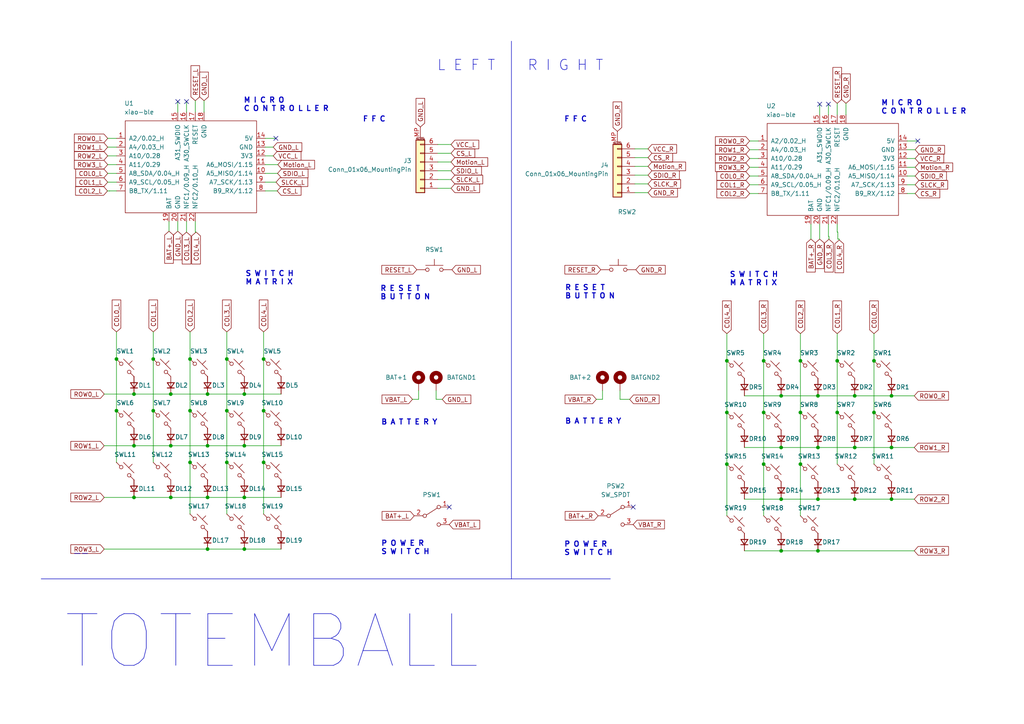
<source format=kicad_sch>
(kicad_sch (version 20250114) (generator "eeschema") (generator_version "9.0")
  (paper "A4")
  (title_block (title "TOTEMBALL split keyboard") (date "2025-12-09") (rev "0.4") (comment 1 "modified by  Jonavano") (comment 2 "made by GEIST"))
  (lib_symbols
    (symbol "Connector_Generic_MountingPin:Conn_01x06_MountingPin" (pin_names (offset 1.016) (hide yes))
      (property "Reference" "J" (at 0 7.62 0))
      (property "Value" "Conn_01x06_MountingPin" (at 1.27 -10.16 0))
      (symbol "Conn_01x06_MountingPin_1_1"
        (rectangle (start -1.27 6.35) (end 1.27 -8.89) (stroke (width 0.254)) (fill (type background)))
        (rectangle (start -1.27 5.207) (end 0 4.953) (stroke (width 0.1524)))
        (rectangle (start -1.27 2.667) (end 0 2.413) (stroke (width 0.1524)))
        (rectangle (start -1.27 0.127) (end 0 -0.127) (stroke (width 0.1524)))
        (rectangle (start -1.27 -2.413) (end 0 -2.667) (stroke (width 0.1524)))
        (rectangle (start -1.27 -4.953) (end 0 -5.207) (stroke (width 0.1524)))
        (rectangle (start -1.27 -7.493) (end 0 -7.747) (stroke (width 0.1524)))
        (polyline (pts (xy -1.016 -9.652) (xy 1.016 -9.652)) (stroke (width 0.1524)))
        (text "Mounting" (at 0 -9.271 0) (effects (font (size 0.381 0.381))))
        (pin passive line (at -5.08 5.08 0) (length 3.81) (name "Pin_1") (number "1"))
        (pin passive line (at -5.08 2.54 0) (length 3.81) (name "Pin_2") (number "2"))
        (pin passive line (at -5.08 0 0) (length 3.81) (name "Pin_3") (number "3"))
        (pin passive line (at -5.08 -2.54 0) (length 3.81) (name "Pin_4") (number "4"))
        (pin passive line (at -5.08 -5.08 0) (length 3.81) (name "Pin_5") (number "5"))
        (pin passive line (at -5.08 -7.62 0) (length 3.81) (name "Pin_6") (number "6"))
        (pin passive line (at 0 -12.7 90) (length 3.048) (name "MountPin") (number "MP"))
      )
    )
    (symbol "Device:D_Small" (pin_numbers (hide yes)) (pin_names (offset 0.254) (hide yes))
      (property "Reference" "D" (at -1.27 2.032 0))
      (property "Value" "D_Small" (at -3.81 -2.032 0))
      (symbol "D_Small_0_1"
        (polyline (pts (xy -0.762 0) (xy 0.762 0)))
        (polyline (pts (xy -0.762 -1.016) (xy -0.762 1.016)) (stroke (width 0.254)))
        (polyline (pts (xy 0.762 -1.016) (xy -0.762 0) (xy 0.762 1.016) (xy 0.762 -1.016)) (stroke (width 0.254)))
      )
      (symbol "D_Small_1_1"
        (pin passive line (at -2.54 0 0) (length 1.778) (name "K") (number "1"))
        (pin passive line (at 2.54 0 180) (length 1.778) (name "A") (number "2"))
      )
    )
    (symbol "Mechanical:MountingHole_Pad" (pin_numbers (hide yes)) (pin_names (offset 1.016) (hide yes))
      (property "Reference" "H" (at 0 6.35 0))
      (property "Value" "MountingHole_Pad" (at 0 4.445 0))
      (symbol "MountingHole_Pad_0_1"
        (circle (center 0 1.27) (radius 1.27) (stroke (width 1.27)))
      )
      (symbol "MountingHole_Pad_1_1"
        (pin input line (at 0 -2.54 90) (length 2.54) (name "1") (number "1"))
      )
    )
    (symbol "Switch:SW_Push" (pin_numbers (hide yes)) (pin_names (offset 1.016) (hide yes))
      (property "Reference" "SW" (at 1.27 2.54 0))
      (property "Value" "SW_Push" (at 0 -1.524 0))
      (symbol "SW_Push_0_1"
        (circle (center -2.032 0) (radius 0.508))
        (polyline (pts (xy 0 1.27) (xy 0 3.048)))
        (circle (center 2.032 0) (radius 0.508))
        (polyline (pts (xy 2.54 1.27) (xy -2.54 1.27)))
        (pin passive line (at -5.08 0 0) (length 2.54) (name "1") (number "1"))
        (pin passive line (at 5.08 0 180) (length 2.54) (name "2") (number "2"))
      )
    )
    (symbol "Switch:SW_Push_45deg" (pin_numbers (hide yes)) (pin_names (offset 1.016) (hide yes))
      (property "Reference" "SW" (at 3.048 1.016 0))
      (property "Value" "SW_Push_45deg" (at 0 -3.81 0))
      (symbol "SW_Push_45deg_0_1"
        (polyline (pts (xy -2.54 2.54) (xy -1.524 1.524) (xy -1.524 1.524)))
        (circle (center -1.1684 1.1684) (radius 0.508))
        (polyline (pts (xy -0.508 2.54) (xy 2.54 -0.508)))
        (polyline (pts (xy 1.016 1.016) (xy 2.032 2.032)))
        (circle (center 1.143 -1.1938) (radius 0.508))
        (polyline (pts (xy 1.524 -1.524) (xy 2.54 -2.54) (xy 2.54 -2.54) (xy 2.54 -2.54)))
        (pin passive line (at -2.54 2.54 0) (length 0) (name "1") (number "1"))
        (pin passive line (at 2.54 -2.54 180) (length 0) (name "2") (number "2"))
      )
    )
    (symbol "Switch:SW_SPDT" (pin_names (offset 0) (hide yes))
      (property "Reference" "SW" (at 0 4.318 0))
      (property "Value" "SW_SPDT" (at 0 -5.08 0))
      (symbol "SW_SPDT_0_0"
        (circle (center -2.032 0) (radius 0.508))
        (circle (center 2.032 -2.54) (radius 0.508))
      )
      (symbol "SW_SPDT_0_1"
        (polyline (pts (xy -1.524 0.254) (xy 1.651 2.286)))
        (circle (center 2.032 2.54) (radius 0.508))
      )
      (symbol "SW_SPDT_1_1"
        (pin passive line (at -5.08 0 0) (length 2.54) (name "B") (number "2"))
        (pin passive line (at 5.08 2.54 180) (length 2.54) (name "A") (number "1"))
        (pin passive line (at 5.08 -2.54 180) (length 2.54) (name "C") (number "3"))
      )
    )
    (symbol "mcu:xiao-ble" (pin_names (offset 1.016))
      (property "Reference" "U" (at -17.78 16.51 0))
      (property "Value" "xiao-ble" (at -15.24 13.97 0))
      (symbol "xiao-ble_0_1"
        (rectangle (start -19.05 12.7) (end 19.05 -13.97))
      )
      (symbol "xiao-ble_1_1"
        (pin bidirectional line (at -21.59 7.62 0) (length 2.54) (name "A2/0.02_H") (number "1"))
        (pin bidirectional line (at -21.59 5.08 0) (length 2.54) (name "A4/0.03_H") (number "2"))
        (pin bidirectional line (at -21.59 2.54 0) (length 2.54) (name "A10/0.28") (number "3"))
        (pin bidirectional line (at -21.59 0 0) (length 2.54) (name "A11/0.29") (number "4"))
        (pin bidirectional line (at -21.59 -2.54 0) (length 2.54) (name "A8_SDA/0.04_H") (number "5"))
        (pin bidirectional line (at -21.59 -5.08 0) (length 2.54) (name "A9_SCL/0.05_H") (number "6"))
        (pin bidirectional line (at -21.59 -7.62 0) (length 2.54) (name "B8_TX/1.11") (number "7"))
        (pin bidirectional line (at -6.35 -16.51 90) (length 2.54) (name "BAT") (number "19"))
        (pin input line (at -3.81 15.24 270) (length 2.54) (name "A31_SWDIO") (number "15"))
        (pin power_out line (at -3.81 -16.51 90) (length 2.54) (name "GND") (number "20"))
        (pin input line (at -1.27 15.24 270) (length 2.54) (name "A30_SWCLK") (number "16"))
        (pin bidirectional line (at -1.27 -16.51 90) (length 2.54) (name "NFC1/0.09_H") (number "21"))
        (pin input line (at 1.27 15.24 270) (length 2.54) (name "RESET") (number "17"))
        (pin bidirectional line (at 1.27 -16.51 90) (length 2.54) (name "NFC2/0.10_H") (number "22"))
        (pin power_out line (at 3.81 15.24 270) (length 2.54) (name "GND") (number "18"))
        (pin power_out line (at 21.59 7.62 180) (length 2.54) (name "5V") (number "14"))
        (pin power_out line (at 21.59 5.08 180) (length 2.54) (name "GND") (number "13"))
        (pin power_out line (at 21.59 2.54 180) (length 2.54) (name "3V3") (number "12"))
        (pin bidirectional line (at 21.59 0 180) (length 2.54) (name "A6_MOSI/1.15") (number "11"))
        (pin bidirectional line (at 21.59 -2.54 180) (length 2.54) (name "A5_MISO/1.14") (number "10"))
        (pin bidirectional line (at 21.59 -5.08 180) (length 2.54) (name "A7_SCK/1.13") (number "9"))
        (pin bidirectional line (at 21.59 -7.62 180) (length 2.54) (name "B9_RX/1.12") (number "8"))
      )
    )
  )
  (text "M I C R O \nC O N T R O L L E R" (at 255.524 33.274 0) (effects (font (size 1.5 1.5) (thickness 0.3) (bold yes)) (justify left bottom)))
  (text "F F C" (at 163.576 35.56 0) (effects (font (size 1.5 1.5) (thickness 0.3) (bold yes)) (justify left bottom)))
  (text "R E S E T \nB U T T O N" (at 110.236 87.122 0) (effects (font (size 1.5 1.5) (thickness 0.3) (bold yes)) (justify left bottom)))
  (text "S W I T C H\nM A T R I X" (at 71.12 82.804 0) (effects (font (size 1.5 1.5) (thickness 0.3) (bold yes)) (justify left bottom)))
  (text "P O W E R\nS W I T C H" (at 110.49 161.036 0) (effects (font (size 1.5 1.5) (thickness 0.3) (bold yes)) (justify left bottom)))
  (text "R E S E T \nB U T T O N" (at 163.83 86.868 0) (effects (font (size 1.5 1.5) (thickness 0.3) (bold yes)) (justify left bottom)))
  (text "TOTEMBALL" (at 18.034 195.072 0) (effects (font (size 15 15)) (justify left bottom)))
  (text "S W I T C H\nM A T R I X" (at 211.582 83.058 0) (effects (font (size 1.5 1.5) (thickness 0.3) (bold yes)) (justify left bottom)))
  (text "F F C" (at 105.156 35.56 0) (effects (font (size 1.5 1.5) (thickness 0.3) (bold yes)) (justify left bottom)))
  (text "B A T T E R Y" (at 110.49 123.444 0) (effects (font (size 1.5 1.5) (thickness 0.3) (bold yes)) (justify left bottom)))
  (text "P O W E R\nS W I T C H" (at 163.576 161.29 0) (effects (font (size 1.5 1.5) (thickness 0.3) (bold yes)) (justify left bottom)))
  (text "R I G H T" (at 152.908 20.828 0) (effects (font (size 3 3)) (justify left bottom)))
  (text "B A T T E R Y" (at 163.83 123.19 0) (effects (font (size 1.5 1.5) (thickness 0.3) (bold yes)) (justify left bottom)))
  (text "L E F T" (at 143.764 20.828 0) (effects (font (size 3 3)) (justify right bottom)))
  (text "M I C R O \nC O N T R O L L E R" (at 70.612 32.512 0) (effects (font (size 1.5 1.5) (thickness 0.3) (bold yes)) (justify left bottom)))
  (junction (at 33.782 104.14))
  (junction (at 226.568 129.794))
  (junction (at 49.53 114.3))
  (junction (at 44.45 119.126))
  (junction (at 55.118 119.126))
  (junction (at 70.866 129.286))
  (junction (at 226.568 144.78))
  (junction (at 226.568 159.766))
  (junction (at 237.236 114.808))
  (junction (at 49.53 144.272))
  (junction (at 232.156 119.634))
  (junction (at 258.572 144.78))
  (junction (at 76.454 104.14))
  (junction (at 70.866 144.272))
  (junction (at 221.488 119.634))
  (junction (at 237.236 159.766))
  (junction (at 247.904 144.78))
  (junction (at 76.454 119.126))
  (junction (at 44.45 104.14))
  (junction (at 70.866 114.3))
  (junction (at 210.82 134.62))
  (junction (at 232.156 134.62))
  (junction (at 55.118 104.14))
  (junction (at 247.904 129.794))
  (junction (at 242.824 104.648))
  (junction (at 60.198 144.272))
  (junction (at 38.862 144.272))
  (junction (at 232.156 104.648))
  (junction (at 247.904 114.808))
  (junction (at 210.82 104.648))
  (junction (at 65.786 104.14))
  (junction (at 60.198 114.3))
  (junction (at 60.198 159.258))
  (junction (at 258.572 129.794))
  (junction (at 49.53 129.286))
  (junction (at 33.782 119.126))
  (junction (at 258.572 114.808))
  (junction (at 70.866 159.258))
  (junction (at 237.236 129.794))
  (junction (at 221.488 134.62))
  (junction (at 55.118 134.112))
  (junction (at 253.492 119.634))
  (junction (at 242.824 119.634))
  (junction (at 38.862 129.286))
  (junction (at 65.786 119.126))
  (junction (at 76.454 134.112))
  (junction (at 65.786 134.112))
  (junction (at 226.568 114.808))
  (junction (at 60.198 129.286))
  (junction (at 237.236 144.78))
  (junction (at 38.862 114.3))
  (junction (at 253.492 104.648))
  (junction (at 221.488 104.648))
  (junction (at 210.82 119.634))
  (no_connect (at 237.744 30.226))
  (no_connect (at 240.284 30.226))
  (no_connect (at 183.642 147.066))
  (no_connect (at 54.102 29.464))
  (no_connect (at 51.562 29.464))
  (no_connect (at 266.192 40.894))
  (no_connect (at 80.01 40.132))
  (no_connect (at 130.302 147.066))
  (wire (pts (xy 215.9 144.78) (xy 226.568 144.78)))
  (wire (pts (xy 49.022 64.262) (xy 49.022 67.056)))
  (wire (pts (xy 217.424 40.894) (xy 219.964 40.894)))
  (wire (pts (xy 215.9 129.794) (xy 226.568 129.794)))
  (wire (pts (xy 56.642 64.262) (xy 56.642 67.31)))
  (wire (pts (xy 130.81 49.53) (xy 127 49.53)))
  (wire (pts (xy 247.904 114.808) (xy 258.572 114.808)))
  (wire (pts (xy 179.832 113.284) (xy 179.832 115.824)))
  (wire (pts (xy 76.962 40.132) (xy 80.01 40.132)))
  (wire (pts (xy 253.492 96.774) (xy 253.492 104.648)))
  (wire (pts (xy 126.492 115.824) (xy 128.27 115.824)))
  (wire (pts (xy 126.492 113.284) (xy 126.492 115.824)))
  (wire (pts (xy 240.4436 68.58) (xy 240.4436 69.0966)))
  (wire (pts (xy 130.81 44.45) (xy 127 44.45)))
  (wire (pts (xy 56.642 29.21) (xy 56.642 32.512)))
  (wire (pts (xy 65.786 104.14) (xy 65.786 119.126)))
  (wire (pts (xy 263.144 51.054) (xy 265.43 51.054)))
  (wire (pts (xy 49.53 144.272) (xy 60.198 144.272)))
  (wire (pts (xy 184.15 53.34) (xy 187.96 53.34)))
  (wire (pts (xy 210.82 96.774) (xy 210.82 104.648)))
  (wire (pts (xy 31.242 40.132) (xy 33.782 40.132)))
  (wire (pts (xy 31.75 55.372) (xy 33.782 55.372)))
  (wire (pts (xy 217.424 56.134) (xy 219.964 56.134)))
  (wire (pts (xy 70.866 129.286) (xy 81.534 129.286)))
  (wire (pts (xy 226.568 144.78) (xy 237.236 144.78)))
  (wire (pts (xy 210.82 134.62) (xy 210.82 149.606)))
  (wire (pts (xy 240.4436 68.58) (xy 240.284 68.58)))
  (wire (pts (xy 127 54.61) (xy 130.81 54.61)))
  (wire (pts (xy 210.82 119.634) (xy 210.82 134.62)))
  (wire (pts (xy 237.236 114.808) (xy 247.904 114.808)))
  (wire (pts (xy 217.424 51.054) (xy 219.964 51.054)))
  (wire (pts (xy 65.786 119.126) (xy 65.786 134.112)))
  (wire (pts (xy 263.144 43.434) (xy 265.43 43.434)))
  (wire (pts (xy 127 41.91) (xy 130.81 41.91)))
  (wire (pts (xy 55.118 134.112) (xy 55.118 149.098)))
  (wire (pts (xy 31.75 55.3764) (xy 31.75 55.372)))
  (wire (pts (xy 240.284 68.58) (xy 240.284 65.024)))
  (wire (pts (xy 38.862 129.286) (xy 49.53 129.286)))
  (wire (pts (xy 76.454 104.14) (xy 76.454 119.126)))
  (wire (pts (xy 242.824 104.648) (xy 242.824 119.634)))
  (wire (pts (xy 232.156 96.774) (xy 232.156 104.648)))
  (wire (pts (xy 215.9 114.808) (xy 226.568 114.808)))
  (wire (pts (xy 76.962 45.212) (xy 79.248 45.212)))
  (wire (pts (xy 31.242 47.752) (xy 33.782 47.752)))
  (wire (pts (xy 54.102 29.464) (xy 54.102 32.512)))
  (wire (pts (xy 217.424 48.514) (xy 219.964 48.514)))
  (wire (pts (xy 30.226 129.286) (xy 38.862 129.286)))
  (wire (pts (xy 237.744 65.024) (xy 237.744 69.342)))
  (wire (pts (xy 76.962 52.832) (xy 80.0679 52.832)))
  (wire (pts (xy 253.492 104.648) (xy 253.492 119.634)))
  (wire (pts (xy 38.862 144.272) (xy 49.53 144.272)))
  (wire (pts (xy 243.4208 69.3362) (xy 243.0017 69.3362)))
  (wire (pts (xy 51.562 29.464) (xy 51.562 32.512)))
  (wire (pts (xy 76.962 55.372) (xy 80.4128 55.372)))
  (polyline (pts (xy 21.59 160.528) (xy 25.4 160.528)) (stroke (width 0) (type dash)))
  (wire (pts (xy 263.144 56.134) (xy 265.43 56.134)))
  (wire (pts (xy 130.81 52.07) (xy 127 52.07)))
  (wire (pts (xy 263.144 40.894) (xy 266.192 40.894)))
  (wire (pts (xy 215.9 159.766) (xy 226.568 159.766)))
  (wire (pts (xy 70.866 114.3) (xy 81.534 114.3)))
  (wire (pts (xy 258.572 129.794) (xy 265.176 129.794)))
  (wire (pts (xy 263.144 48.514) (xy 265.43 48.514)))
  (wire (pts (xy 243.0017 67.31) (xy 242.824 67.31)))
  (wire (pts (xy 242.824 119.634) (xy 242.824 134.62)))
  (wire (pts (xy 33.782 96.266) (xy 33.782 104.14)))
  (wire (pts (xy 76.454 96.266) (xy 76.454 104.14)))
  (wire (pts (xy 232.156 119.634) (xy 232.156 134.62)))
  (wire (pts (xy 30.226 159.258) (xy 60.198 159.258)))
  (wire (pts (xy 242.824 67.31) (xy 242.824 65.024)))
  (wire (pts (xy 258.572 144.78) (xy 265.176 144.78)))
  (wire (pts (xy 31.242 45.212) (xy 33.782 45.212)))
  (wire (pts (xy 237.236 159.766) (xy 265.176 159.766)))
  (wire (pts (xy 65.786 96.266) (xy 65.786 104.14)))
  (wire (pts (xy 184.15 45.72) (xy 187.96 45.72)))
  (wire (pts (xy 76.454 134.112) (xy 76.454 149.098)))
  (wire (pts (xy 119.634 115.824) (xy 121.412 115.824)))
  (wire (pts (xy 221.488 104.648) (xy 221.488 119.634)))
  (wire (pts (xy 242.824 96.774) (xy 242.824 104.648)))
  (wire (pts (xy 243.0017 67.31) (xy 243.0017 69.3362)))
  (wire (pts (xy 226.568 159.766) (xy 237.236 159.766)))
  (wire (pts (xy 221.488 134.62) (xy 221.488 149.606)))
  (wire (pts (xy 31.1784 55.3764) (xy 31.75 55.3764)))
  (wire (pts (xy 243.4208 69.5979) (xy 243.4208 69.3362)))
  (wire (pts (xy 237.236 144.78) (xy 247.904 144.78)))
  (wire (pts (xy 245.364 29.972) (xy 245.364 33.274)))
  (polyline (pts (xy 148.336 11.938) (xy 148.336 167.894)) (stroke (width 0) (type solid)))
  (wire (pts (xy 121.412 115.824) (xy 121.412 113.284)))
  (wire (pts (xy 30.226 114.3) (xy 38.862 114.3)))
  (wire (pts (xy 76.454 119.126) (xy 76.454 134.112)))
  (wire (pts (xy 59.182 29.21) (xy 59.182 32.512)))
  (wire (pts (xy 49.53 129.286) (xy 60.198 129.286)))
  (wire (pts (xy 31.242 50.292) (xy 33.782 50.292)))
  (wire (pts (xy 258.572 114.808) (xy 265.176 114.808)))
  (wire (pts (xy 263.144 45.974) (xy 265.43 45.974)))
  (polyline (pts (xy 11.938 167.894) (xy 177.038 167.894)) (stroke (width 0) (type solid)))
  (wire (pts (xy 60.198 144.272) (xy 70.866 144.272)))
  (wire (pts (xy 242.824 29.972) (xy 242.824 33.274)))
  (wire (pts (xy 172.974 115.824) (xy 174.752 115.824)))
  (wire (pts (xy 247.904 129.794) (xy 258.572 129.794)))
  (wire (pts (xy 237.744 30.226) (xy 237.744 33.274)))
  (wire (pts (xy 240.4269 69.396) (xy 240.4269 69.0966)))
  (wire (pts (xy 226.568 114.808) (xy 237.236 114.808)))
  (wire (pts (xy 49.53 114.3) (xy 60.198 114.3)))
  (wire (pts (xy 60.198 129.286) (xy 70.866 129.286)))
  (wire (pts (xy 232.156 134.62) (xy 232.156 149.606)))
  (wire (pts (xy 184.15 43.18) (xy 187.96 43.18)))
  (wire (pts (xy 54.102 64.262) (xy 54.102 67.31)))
  (wire (pts (xy 263.144 53.594) (xy 265.43 53.594)))
  (wire (pts (xy 44.45 104.14) (xy 44.45 119.126)))
  (wire (pts (xy 217.424 53.594) (xy 219.964 53.594)))
  (wire (pts (xy 44.45 119.126) (xy 44.45 134.112)))
  (wire (pts (xy 56.8734 67.31) (xy 56.642 67.31)))
  (wire (pts (xy 237.236 129.794) (xy 247.904 129.794)))
  (wire (pts (xy 44.45 96.266) (xy 44.45 104.14)))
  (wire (pts (xy 184.15 55.88) (xy 187.96 55.88)))
  (wire (pts (xy 38.862 114.3) (xy 49.53 114.3)))
  (wire (pts (xy 55.118 119.126) (xy 55.118 134.112)))
  (wire (pts (xy 217.424 43.434) (xy 219.964 43.434)))
  (wire (pts (xy 221.488 119.634) (xy 221.488 134.62)))
  (wire (pts (xy 65.786 134.112) (xy 65.786 149.098)))
  (wire (pts (xy 76.962 47.752) (xy 80.5852 47.752)))
  (wire (pts (xy 174.752 115.824) (xy 174.752 113.284)))
  (wire (pts (xy 240.284 30.226) (xy 240.284 33.274)))
  (wire (pts (xy 60.198 159.258) (xy 70.866 159.258)))
  (wire (pts (xy 210.82 104.648) (xy 210.82 119.634)))
  (wire (pts (xy 31.242 52.832) (xy 33.782 52.832)))
  (wire (pts (xy 247.904 144.78) (xy 258.572 144.78)))
  (wire (pts (xy 221.488 96.774) (xy 221.488 104.648)))
  (wire (pts (xy 30.226 144.272) (xy 38.862 144.272)))
  (wire (pts (xy 76.962 42.672) (xy 79.248 42.672)))
  (wire (pts (xy 31.242 42.672) (xy 33.782 42.672)))
  (wire (pts (xy 232.156 104.648) (xy 232.156 119.634)))
  (wire (pts (xy 70.866 159.258) (xy 81.534 159.258)))
  (wire (pts (xy 235.204 65.024) (xy 235.204 69.342)))
  (wire (pts (xy 130.81 46.99) (xy 127 46.99)))
  (wire (pts (xy 55.118 104.14) (xy 55.118 119.126)))
  (wire (pts (xy 184.15 50.8) (xy 187.96 50.8)))
  (wire (pts (xy 33.782 104.14) (xy 33.782 119.126)))
  (wire (pts (xy 55.118 96.266) (xy 55.118 104.14)))
  (wire (pts (xy 179.832 115.824) (xy 182.626 115.824)))
  (wire (pts (xy 60.198 114.3) (xy 70.866 114.3)))
  (wire (pts (xy 240.4269 69.0966) (xy 240.4436 69.0966)))
  (wire (pts (xy 76.962 50.292) (xy 80.499 50.292)))
  (wire (pts (xy 51.562 64.262) (xy 51.562 67.056)))
  (wire (pts (xy 33.782 119.126) (xy 33.782 134.112)))
  (wire (pts (xy 217.424 45.974) (xy 219.964 45.974)))
  (wire (pts (xy 184.15 48.26) (xy 187.96 48.26)))
  (wire (pts (xy 253.492 119.634) (xy 253.492 134.62)))
  (wire (pts (xy 70.866 144.272) (xy 81.534 144.272)))
  (wire (pts (xy 226.568 129.794) (xy 237.236 129.794)))
  (global_label "GND_L" (shape input) (at 131.064 78.232 0) (property "Intersheetrefs" "${INTERSHEET_REFS}" (effects (hide yes))))
  (global_label "VCC_R" (shape input) (at 265.43 45.974 0) (property "Intersheetrefs" "${INTERSHEET_REFS}" (effects (hide yes))))
  (global_label "CS_L" (shape input) (at 130.81 44.45 0) (property "Intersheetrefs" "${INTERSHEET_REFS}" (effects (hide yes))))
  (global_label "ROW3_R" (shape input) (at 265.176 159.766 0) (property "Intersheetrefs" "${INTERSHEET_REFS}" (effects (hide yes))))
  (global_label "GND_R" (shape input) (at 265.43 43.434 0) (property "Intersheetrefs" "${INTERSHEET_REFS}" (effects (hide yes))))
  (global_label "COL3_L" (shape input) (at 65.786 96.266 90) (property "Intersheetrefs" "${INTERSHEET_REFS}" (effects (hide yes))))
  (global_label "COL4_L" (shape input) (at 76.454 96.266 90) (property "Intersheetrefs" "${INTERSHEET_REFS}" (effects (hide yes))))
  (global_label "GND_R" (shape input) (at 179.07 38.1 90) (property "Intersheetrefs" "${INTERSHEET_REFS}" (effects (hide yes))))
  (global_label "ROW0_R" (shape input) (at 265.176 114.808 0) (property "Intersheetrefs" "${INTERSHEET_REFS}" (effects (hide yes))))
  (global_label "COL1_L" (shape input) (at 44.45 96.266 90) (property "Intersheetrefs" "${INTERSHEET_REFS}" (effects (hide yes))))
  (global_label "GND_L" (shape input) (at 59.182 29.21 90) (property "Intersheetrefs" "${INTERSHEET_REFS}" (effects (hide yes))))
  (global_label "COL2_R" (shape input) (at 232.156 96.774 90) (property "Intersheetrefs" "${INTERSHEET_REFS}" (effects (hide yes))))
  (global_label "GND_L" (shape input) (at 79.248 42.672 0) (property "Intersheetrefs" "${INTERSHEET_REFS}" (effects (hide yes))))
  (global_label "BAT+_L" (shape input) (at 120.142 149.606 180) (property "Intersheetrefs" "${INTERSHEET_REFS}" (effects (hide yes))))
  (global_label "ROW0_R" (shape input) (at 217.424 40.894 180) (property "Intersheetrefs" "${INTERSHEET_REFS}" (effects (hide yes))))
  (global_label "COL0_R" (shape input) (at 217.424 51.054 180) (property "Intersheetrefs" "${INTERSHEET_REFS}" (effects (hide yes))))
  (global_label "SLCK_R" (shape input) (at 265.43 53.594 0) (property "Intersheetrefs" "${INTERSHEET_REFS}" (effects (hide yes))))
  (global_label "VCC_L" (shape input) (at 130.81 41.91 0) (property "Intersheetrefs" "${INTERSHEET_REFS}" (effects (hide yes))))
  (global_label "COL4_R" (shape input) (at 243.4208 69.5979 270) (property "Intersheetrefs" "${INTERSHEET_REFS}" (effects (hide yes))))
  (global_label "VCC_R" (shape input) (at 187.96 43.18 0) (property "Intersheetrefs" "${INTERSHEET_REFS}" (effects (hide yes))))
  (global_label "RESET_R" (shape input) (at 242.824 29.972 90) (property "Intersheetrefs" "${INTERSHEET_REFS}" (effects (hide yes))))
  (global_label "RESET_R" (shape input) (at 174.244 78.232 180) (property "Intersheetrefs" "${INTERSHEET_REFS}" (effects (hide yes))))
  (global_label "ROW3_L" (shape input) (at 30.226 159.258 180) (property "Intersheetrefs" "${INTERSHEET_REFS}" (effects (hide yes))))
  (global_label "VBAT_R" (shape input) (at 183.642 152.146 0) (property "Intersheetrefs" "${INTERSHEET_REFS}" (effects (hide yes))))
  (global_label "GND_L" (shape input) (at 51.562 67.056 270) (property "Intersheetrefs" "${INTERSHEET_REFS}" (effects (hide yes))))
  (global_label "RESET_L" (shape input) (at 120.904 78.232 180) (property "Intersheetrefs" "${INTERSHEET_REFS}" (effects (hide yes))))
  (global_label "VBAT_R" (shape input) (at 172.974 115.824 180) (property "Intersheetrefs" "${INTERSHEET_REFS}" (effects (hide yes))))
  (global_label "CS_L" (shape input) (at 80.4128 55.372 0) (property "Intersheetrefs" "${INTERSHEET_REFS}" (effects (hide yes))))
  (global_label "CS_R" (shape input) (at 187.96 45.72 0) (property "Intersheetrefs" "${INTERSHEET_REFS}" (effects (hide yes))))
  (global_label "GND_L" (shape input) (at 121.92 36.83 90) (property "Intersheetrefs" "${INTERSHEET_REFS}" (effects (hide yes))))
  (global_label "SDIO_R" (shape input) (at 187.96 50.8 0) (property "Intersheetrefs" "${INTERSHEET_REFS}" (effects (hide yes))))
  (global_label "VCC_L" (shape input) (at 79.248 45.212 0) (property "Intersheetrefs" "${INTERSHEET_REFS}" (effects (hide yes))))
  (global_label "Motion_L" (shape input) (at 130.81 46.99 0) (property "Intersheetrefs" "${INTERSHEET_REFS}" (effects (hide yes))))
  (global_label "BAT+_L" (shape input) (at 49.022 67.056 270) (property "Intersheetrefs" "${INTERSHEET_REFS}" (effects (hide yes))))
  (global_label "COL1_R" (shape input) (at 217.424 53.594 180) (property "Intersheetrefs" "${INTERSHEET_REFS}" (effects (hide yes))))
  (global_label "ROW3_R" (shape input) (at 217.424 48.514 180) (property "Intersheetrefs" "${INTERSHEET_REFS}" (effects (hide yes))))
  (global_label "BAT+_R" (shape input) (at 173.482 149.606 180) (property "Intersheetrefs" "${INTERSHEET_REFS}" (effects (hide yes))))
  (global_label "ROW0_L" (shape input) (at 30.226 114.3 180) (property "Intersheetrefs" "${INTERSHEET_REFS}" (effects (hide yes))))
  (global_label "GND_L" (shape input) (at 128.27 115.824 0) (property "Intersheetrefs" "${INTERSHEET_REFS}" (effects (hide yes))))
  (global_label "VBAT_L" (shape input) (at 119.634 115.824 180) (property "Intersheetrefs" "${INTERSHEET_REFS}" (effects (hide yes))))
  (global_label "ROW1_R" (shape input) (at 265.176 129.794 0) (property "Intersheetrefs" "${INTERSHEET_REFS}" (effects (hide yes))))
  (global_label "GND_L" (shape input) (at 130.81 54.61 0) (property "Intersheetrefs" "${INTERSHEET_REFS}" (effects (hide yes))))
  (global_label "Motion_R" (shape input) (at 187.96 48.26 0) (property "Intersheetrefs" "${INTERSHEET_REFS}" (effects (hide yes))))
  (global_label "BAT+_R" (shape input) (at 235.204 69.342 270) (property "Intersheetrefs" "${INTERSHEET_REFS}" (effects (hide yes))))
  (global_label "GND_R" (shape input) (at 182.626 115.824 0) (property "Intersheetrefs" "${INTERSHEET_REFS}" (effects (hide yes))))
  (global_label "SDIO_L" (shape input) (at 130.81 49.53 0) (property "Intersheetrefs" "${INTERSHEET_REFS}" (effects (hide yes))))
  (global_label "GND_R" (shape input) (at 184.404 78.232 0) (property "Intersheetrefs" "${INTERSHEET_REFS}" (effects (hide yes))))
  (global_label "COL0_L" (shape input) (at 33.782 96.266 90) (property "Intersheetrefs" "${INTERSHEET_REFS}" (effects (hide yes))))
  (global_label "ROW3_L" (shape input) (at 31.242 47.752 180) (property "Intersheetrefs" "${INTERSHEET_REFS}" (effects (hide yes))))
  (global_label "SDIO_R" (shape input) (at 265.43 51.054 0) (property "Intersheetrefs" "${INTERSHEET_REFS}" (effects (hide yes))))
  (global_label "COL4_R" (shape input) (at 210.82 96.774 90) (property "Intersheetrefs" "${INTERSHEET_REFS}" (effects (hide yes))))
  (global_label "Motion_L" (shape input) (at 80.5852 47.752 0) (property "Intersheetrefs" "${INTERSHEET_REFS}" (effects (hide yes))))
  (global_label "RESET_L" (shape input) (at 56.642 29.21 90) (property "Intersheetrefs" "${INTERSHEET_REFS}" (effects (hide yes))))
  (global_label "COL3_R" (shape input) (at 221.488 96.774 90) (property "Intersheetrefs" "${INTERSHEET_REFS}" (effects (hide yes))))
  (global_label "COL2_R" (shape input) (at 217.424 56.134 180) (property "Intersheetrefs" "${INTERSHEET_REFS}" (effects (hide yes))))
  (global_label "ROW1_L" (shape input) (at 30.226 129.286 180) (property "Intersheetrefs" "${INTERSHEET_REFS}" (effects (hide yes))))
  (global_label "ROW2_L" (shape input) (at 31.242 45.212 180) (property "Intersheetrefs" "${INTERSHEET_REFS}" (effects (hide yes))))
  (global_label "GND_R" (shape input) (at 237.744 69.342 270) (property "Intersheetrefs" "${INTERSHEET_REFS}" (effects (hide yes))))
  (global_label "COL3_R" (shape input) (at 240.4269 69.396 270) (property "Intersheetrefs" "${INTERSHEET_REFS}" (effects (hide yes))))
  (global_label "Motion_R" (shape input) (at 265.43 48.514 0) (property "Intersheetrefs" "${INTERSHEET_REFS}" (effects (hide yes))))
  (global_label "GND_R" (shape input) (at 245.364 29.972 90) (property "Intersheetrefs" "${INTERSHEET_REFS}" (effects (hide yes))))
  (global_label "SLCK_L" (shape input) (at 130.81 52.07 0) (property "Intersheetrefs" "${INTERSHEET_REFS}" (effects (hide yes))))
  (global_label "VBAT_L" (shape input) (at 130.302 152.146 0) (property "Intersheetrefs" "${INTERSHEET_REFS}" (effects (hide yes))))
  (global_label "ROW1_L" (shape input) (at 31.242 42.672 180) (property "Intersheetrefs" "${INTERSHEET_REFS}" (effects (hide yes))))
  (global_label "COL1_R" (shape input) (at 242.824 96.774 90) (property "Intersheetrefs" "${INTERSHEET_REFS}" (effects (hide yes))))
  (global_label "GND_R" (shape input) (at 187.96 55.88 0) (property "Intersheetrefs" "${INTERSHEET_REFS}" (effects (hide yes))))
  (global_label "COL0_L" (shape input) (at 31.242 50.292 180) (property "Intersheetrefs" "${INTERSHEET_REFS}" (effects (hide yes))))
  (global_label "COL2_L" (shape input) (at 31.1784 55.3764 180) (property "Intersheetrefs" "${INTERSHEET_REFS}" (effects (hide yes))))
  (global_label "ROW1_R" (shape input) (at 217.424 43.434 180) (property "Intersheetrefs" "${INTERSHEET_REFS}" (effects (hide yes))))
  (global_label "ROW2_R" (shape input) (at 265.176 144.78 0) (property "Intersheetrefs" "${INTERSHEET_REFS}" (effects (hide yes))))
  (global_label "COL0_R" (shape input) (at 253.492 96.774 90) (property "Intersheetrefs" "${INTERSHEET_REFS}" (effects (hide yes))))
  (global_label "SLCK_R" (shape input) (at 187.96 53.34 0) (property "Intersheetrefs" "${INTERSHEET_REFS}" (effects (hide yes))))
  (global_label "COL3_L" (shape input) (at 54.102 67.31 270) (property "Intersheetrefs" "${INTERSHEET_REFS}" (effects (hide yes))))
  (global_label "COL2_L" (shape input) (at 55.118 96.266 90) (property "Intersheetrefs" "${INTERSHEET_REFS}" (effects (hide yes))))
  (global_label "SLCK_L" (shape input) (at 80.0679 52.832 0) (property "Intersheetrefs" "${INTERSHEET_REFS}" (effects (hide yes))))
  (global_label "ROW2_L" (shape input) (at 30.226 144.272 180) (property "Intersheetrefs" "${INTERSHEET_REFS}" (effects (hide yes))))
  (global_label "COL4_L" (shape input) (at 56.8734 67.31 270) (property "Intersheetrefs" "${INTERSHEET_REFS}" (effects (hide yes))))
  (global_label "SDIO_L" (shape input) (at 80.499 50.292 0) (property "Intersheetrefs" "${INTERSHEET_REFS}" (effects (hide yes))))
  (global_label "CS_R" (shape input) (at 265.43 56.134 0) (property "Intersheetrefs" "${INTERSHEET_REFS}" (effects (hide yes))))
  (global_label "ROW0_L" (shape input) (at 31.242 40.132 180) (property "Intersheetrefs" "${INTERSHEET_REFS}" (effects (hide yes))))
  (global_label "COL1_L" (shape input) (at 31.242 52.832 180) (property "Intersheetrefs" "${INTERSHEET_REFS}" (effects (hide yes))))
  (global_label "ROW2_R" (shape input) (at 217.424 45.974 180) (property "Intersheetrefs" "${INTERSHEET_REFS}" (effects (hide yes))))
  (symbol (lib_id "Device:D_Small") (at 81.534 156.718 90) (unit 1)
    (property "Reference" "DL19" (at 82.804 156.718 90) (effects (justify right)))
    (property "Value" "D_Small" (effects (hide yes)))
    (property "Footprint" "TOTEMlib:Diode_SOD123" (effects (hide yes)))
  )
  (symbol (lib_id "Switch:SW_Push_45deg") (at 245.364 107.188 0) (unit 1)
    (property "Reference" "SWR2" (at 245.364 102.362 0))
    (property "Value" "SW_Push_45deg" (effects (hide yes)))
    (property "Footprint" "TOTEMlib:SW_Kailh_Choc_V1V2_HotSwap_Hybrid" (effects (hide yes)))
  )
  (symbol (lib_id "Connector_Generic_MountingPin:Conn_01x06_MountingPin") (at 179.07 50.8 180) (unit 1)
    (property "Reference" "J4" (at 176.53 47.9043 0) (effects (justify left)))
    (property "Value" "Conn_01x06_MountingPin" (at 176.53 50.4443 0) (effects (justify left)))
    (property "Footprint" "TOTEMlib:GT-F0501SR10-06S1101" (effects (hide yes)))
    (property "Description" "Generic connectable mounting pin connector, single row, 01x06, script generated (kicad-library-utils/schlib/autogen/connector/)" (effects (hide yes)))
  )
  (symbol (lib_id "Switch:SW_Push_45deg") (at 57.658 151.638 0) (unit 1)
    (property "Reference" "SWL17" (at 57.658 146.812 0))
    (property "Value" "SW_Push_45deg" (effects (hide yes)))
    (property "Footprint" "TOTEMlib:SW_Kailh_Choc_V1V2_HotSwap_Hybrid" (effects (hide yes)))
  )
  (symbol (lib_id "Switch:SW_SPDT") (at 125.222 149.606 0) (unit 1)
    (property "Reference" "PSW1" (at 125.222 143.51 0))
    (property "Value" "SW_SPDT" (effects (hide yes)))
    (property "Footprint" "TOTEMlib:MSK12C02" (effects (hide yes)))
  )
  (symbol (lib_id "Switch:SW_Push_45deg") (at 68.326 106.68 0) (unit 1)
    (property "Reference" "SWL4" (at 68.326 101.854 0))
    (property "Value" "SW_Push_45deg" (effects (hide yes)))
    (property "Footprint" "TOTEMlib:SW_Kailh_Choc_V1V2_HotSwap_Hybrid" (effects (hide yes)))
  )
  (symbol (lib_id "Device:D_Small") (at 258.572 127.254 90) (unit 1)
    (property "Reference" "DR6" (at 259.842 127.254 90) (effects (justify right)))
    (property "Value" "D_Small" (effects (hide yes)))
    (property "Footprint" "TOTEMlib:Diode_SOD123" (effects (hide yes)))
  )
  (symbol (lib_id "Mechanical:MountingHole_Pad") (at 121.412 110.744 0) (unit 1)
    (property "Reference" "BAT+1" (at 118.11 109.474 0) (effects (justify right)))
    (property "Value" "+" (effects (hide yes)))
    (property "Footprint" "TOTEMlib:BatteryPad" (effects (hide yes)))
  )
  (symbol (lib_id "Switch:SW_Push_45deg") (at 234.696 107.188 0) (unit 1)
    (property "Reference" "SWR3" (at 234.696 102.362 0))
    (property "Value" "SW_Push_45deg" (effects (hide yes)))
    (property "Footprint" "TOTEMlib:SW_Kailh_Choc_V1V2_HotSwap_Hybrid" (effects (hide yes)))
  )
  (symbol (lib_id "Switch:SW_Push_45deg") (at 57.658 106.68 0) (unit 1)
    (property "Reference" "SWL3" (at 57.658 101.854 0))
    (property "Value" "SW_Push_45deg" (effects (hide yes)))
    (property "Footprint" "TOTEMlib:SW_Kailh_Choc_V1V2_HotSwap_Hybrid" (effects (hide yes)))
  )
  (symbol (lib_id "Switch:SW_SPDT") (at 178.562 149.606 0) (unit 1)
    (property "Reference" "PSW2" (at 178.562 140.97 0))
    (property "Value" "SW_SPDT" (at 178.562 143.51 0))
    (property "Footprint" "TOTEMlib:MSK12C02" (effects (hide yes)))
  )
  (symbol (lib_id "Mechanical:MountingHole_Pad") (at 126.492 110.744 0) (unit 1)
    (property "Reference" "BATGND1" (at 129.54 109.474 0) (effects (justify left)))
    (property "Value" "-" (effects (hide yes)))
    (property "Footprint" "TOTEMlib:BatteryPad" (effects (hide yes)))
  )
  (symbol (lib_id "Device:D_Small") (at 215.9 112.268 90) (unit 1)
    (property "Reference" "DR5" (at 217.17 112.268 90) (effects (justify right)))
    (property "Value" "D_Small" (effects (hide yes)))
    (property "Footprint" "TOTEMlib:Diode_SOD123" (effects (hide yes)))
  )
  (symbol (lib_id "Switch:SW_Push_45deg") (at 213.36 122.174 0) (unit 1)
    (property "Reference" "SWR10" (at 213.36 117.348 0))
    (property "Value" "SW_Push_45deg" (effects (hide yes)))
    (property "Footprint" "TOTEMlib:SW_Kailh_Choc_V1V2_HotSwap_Hybrid" (effects (hide yes)))
  )
  (symbol (lib_id "Switch:SW_Push") (at 125.984 78.232 0) (unit 1)
    (property "Reference" "RSW1" (at 125.984 72.39 0))
    (property "Value" "SW_Push" (effects (hide yes)))
    (property "Footprint" "TOTEMlib:SKHLLCA010" (effects (hide yes)))
  )
  (symbol (lib_id "Switch:SW_Push_45deg") (at 245.364 137.16 0) (unit 1)
    (property "Reference" "SWR12" (at 245.364 132.334 0))
    (property "Value" "SW_Push_45deg" (effects (hide yes)))
    (property "Footprint" "TOTEMlib:SW_Kailh_Choc_V1V2_HotSwap_Hybrid" (effects (hide yes)))
  )
  (symbol (lib_id "Switch:SW_Push_45deg") (at 234.696 122.174 0) (unit 1)
    (property "Reference" "SWR8" (at 234.696 117.348 0))
    (property "Value" "SW_Push_45deg" (effects (hide yes)))
    (property "Footprint" "TOTEMlib:SW_Kailh_Choc_V1V2_HotSwap_Hybrid" (effects (hide yes)))
  )
  (symbol (lib_id "Switch:SW_Push_45deg") (at 46.99 121.666 0) (unit 1)
    (property "Reference" "SWL7" (at 46.99 116.84 0))
    (property "Value" "SW_Push_45deg" (effects (hide yes)))
    (property "Footprint" "TOTEMlib:SW_Kailh_Choc_V1V2_HotSwap_Hybrid" (effects (hide yes)))
  )
  (symbol (lib_id "mcu:xiao-ble") (at 55.372 47.752 0) (unit 1)
    (property "Reference" "U1" (at 36.068 29.972 0) (effects (justify left)))
    (property "Value" "xiao-ble" (at 36.068 32.512 0) (effects (justify left)))
    (property "Footprint" "TOTEMlib:xiao-ble-smd-cutout" (effects (hide yes)))
  )
  (symbol (lib_id "Device:D_Small") (at 226.568 142.24 90) (unit 1)
    (property "Reference" "DR14" (at 227.838 142.24 90) (effects (justify right)))
    (property "Value" "D_Small" (effects (hide yes)))
    (property "Footprint" "TOTEMlib:Diode_SOD123" (effects (hide yes)))
  )
  (symbol (lib_id "Switch:SW_Push_45deg") (at 234.696 137.16 0) (unit 1)
    (property "Reference" "SWR13" (at 234.696 132.334 0))
    (property "Value" "SW_Push_45deg" (effects (hide yes)))
    (property "Footprint" "TOTEMlib:SW_Kailh_Choc_V1V2_HotSwap_Hybrid" (effects (hide yes)))
  )
  (symbol (lib_id "Device:D_Small") (at 38.862 111.76 90) (unit 1)
    (property "Reference" "DL1" (at 40.132 111.76 90) (effects (justify right)))
    (property "Value" "D_Small" (effects (hide yes)))
    (property "Footprint" "TOTEMlib:Diode_SOD123" (effects (hide yes)))
  )
  (symbol (lib_id "Switch:SW_Push_45deg") (at 213.36 107.188 0) (unit 1)
    (property "Reference" "SWR5" (at 213.36 102.362 0))
    (property "Value" "SW_Push_45deg" (effects (hide yes)))
    (property "Footprint" "TOTEMlib:SW_Kailh_Choc_V1V2_HotSwap_Hybrid" (effects (hide yes)))
  )
  (symbol (lib_id "Device:D_Small") (at 49.53 111.76 90) (unit 1)
    (property "Reference" "DL2" (at 50.8 111.76 90) (effects (justify right)))
    (property "Value" "D_Small" (effects (hide yes)))
    (property "Footprint" "TOTEMlib:Diode_SOD123" (effects (hide yes)))
  )
  (symbol (lib_id "Switch:SW_Push_45deg") (at 57.658 121.666 0) (unit 1)
    (property "Reference" "SWL8" (at 57.658 116.84 0))
    (property "Value" "SW_Push_45deg" (effects (hide yes)))
    (property "Footprint" "TOTEMlib:SW_Kailh_Choc_V1V2_HotSwap_Hybrid" (effects (hide yes)))
  )
  (symbol (lib_id "Switch:SW_Push_45deg") (at 68.326 136.652 0) (unit 1)
    (property "Reference" "SWL14" (at 68.326 131.826 0))
    (property "Value" "SW_Push_45deg" (effects (hide yes)))
    (property "Footprint" "TOTEMlib:SW_Kailh_Choc_V1V2_HotSwap_Hybrid" (effects (hide yes)))
  )
  (symbol (lib_id "Device:D_Small") (at 70.866 141.732 90) (unit 1)
    (property "Reference" "DL14" (at 72.136 141.732 90) (effects (justify right)))
    (property "Value" "D_Small" (effects (hide yes)))
    (property "Footprint" "TOTEMlib:Diode_SOD123" (effects (hide yes)))
  )
  (symbol (lib_id "Device:D_Small") (at 215.9 142.24 90) (unit 1)
    (property "Reference" "DR15" (at 217.17 142.24 90) (effects (justify right)))
    (property "Value" "D_Small" (effects (hide yes)))
    (property "Footprint" "TOTEMlib:Diode_SOD123" (effects (hide yes)))
  )
  (symbol (lib_id "Switch:SW_Push_45deg") (at 78.994 151.638 0) (unit 1)
    (property "Reference" "SWL19" (at 78.994 146.812 0))
    (property "Value" "SW_Push_45deg" (effects (hide yes)))
    (property "Footprint" "TOTEMlib:SW_Kailh_Choc_V1V2_HotSwap_Hybrid" (effects (hide yes)))
  )
  (symbol (lib_id "Switch:SW_Push_45deg") (at 213.36 152.146 0) (unit 1)
    (property "Reference" "SWR19" (at 213.36 147.32 0))
    (property "Value" "SW_Push_45deg" (effects (hide yes)))
    (property "Footprint" "TOTEMlib:SW_Kailh_Choc_V1V2_HotSwap_Hybrid" (effects (hide yes)))
  )
  (symbol (lib_id "Switch:SW_Push_45deg") (at 234.696 152.146 0) (unit 1)
    (property "Reference" "SWR17" (at 234.696 147.32 0))
    (property "Value" "SW_Push_45deg" (effects (hide yes)))
    (property "Footprint" "TOTEMlib:SW_Kailh_Choc_V1V2_HotSwap_Hybrid" (effects (hide yes)))
  )
  (symbol (lib_id "Switch:SW_Push_45deg") (at 245.364 122.174 0) (unit 1)
    (property "Reference" "SWR7" (at 245.364 117.348 0))
    (property "Value" "SW_Push_45deg" (effects (hide yes)))
    (property "Footprint" "TOTEMlib:SW_Kailh_Choc_V1V2_HotSwap_Hybrid" (effects (hide yes)))
  )
  (symbol (lib_id "Switch:SW_Push_45deg") (at 36.322 106.68 0) (unit 1)
    (property "Reference" "SWL1" (at 36.322 101.854 0))
    (property "Value" "SW_Push_45deg" (effects (hide yes)))
    (property "Footprint" "TOTEMlib:SW_Kailh_Choc_V1V2_HotSwap_Hybrid" (effects (hide yes)))
  )
  (symbol (lib_id "Device:D_Small") (at 81.534 111.76 90) (unit 1)
    (property "Reference" "DL5" (at 82.804 111.76 90) (effects (justify right)))
    (property "Value" "D_Small" (effects (hide yes)))
    (property "Footprint" "TOTEMlib:Diode_SOD123" (effects (hide yes)))
  )
  (symbol (lib_id "Device:D_Small") (at 226.568 112.268 90) (unit 1)
    (property "Reference" "DR4" (at 227.838 112.268 90) (effects (justify right)))
    (property "Value" "D_Small" (effects (hide yes)))
    (property "Footprint" "TOTEMlib:Diode_SOD123" (effects (hide yes)))
  )
  (symbol (lib_id "Device:D_Small") (at 237.236 142.24 90) (unit 1)
    (property "Reference" "DR13" (at 238.506 142.24 90) (effects (justify right)))
    (property "Value" "D_Small" (effects (hide yes)))
    (property "Footprint" "TOTEMlib:Diode_SOD123" (effects (hide yes)))
  )
  (symbol (lib_id "Mechanical:MountingHole_Pad") (at 179.832 110.744 0) (unit 1)
    (property "Reference" "BATGND2" (at 182.88 109.474 0) (effects (justify left)))
    (property "Value" "-" (effects (hide yes)))
    (property "Footprint" "TOTEMlib:BatteryPad" (effects (hide yes)))
  )
  (symbol (lib_id "Switch:SW_Push_45deg") (at 68.326 121.666 0) (unit 1)
    (property "Reference" "SWL9" (at 68.326 116.84 0))
    (property "Value" "SW_Push_45deg" (effects (hide yes)))
    (property "Footprint" "TOTEMlib:SW_Kailh_Choc_V1V2_HotSwap_Hybrid" (effects (hide yes)))
  )
  (symbol (lib_id "Switch:SW_Push_45deg") (at 78.994 106.68 0) (unit 1)
    (property "Reference" "SWL5" (at 78.994 101.854 0))
    (property "Value" "SW_Push_45deg" (effects (hide yes)))
    (property "Footprint" "TOTEMlib:SW_Kailh_Choc_V1V2_HotSwap_Hybrid" (effects (hide yes)))
  )
  (symbol (lib_id "Switch:SW_Push_45deg") (at 224.028 137.16 0) (unit 1)
    (property "Reference" "SWR14" (at 224.028 132.334 0))
    (property "Value" "SW_Push_45deg" (effects (hide yes)))
    (property "Footprint" "TOTEMlib:SW_Kailh_Choc_V1V2_HotSwap_Hybrid" (effects (hide yes)))
  )
  (symbol (lib_id "Device:D_Small") (at 81.534 126.746 90) (unit 1)
    (property "Reference" "DL10" (at 82.804 126.746 90) (effects (justify right)))
    (property "Value" "D_Small" (effects (hide yes)))
    (property "Footprint" "TOTEMlib:Diode_SOD123" (effects (hide yes)))
  )
  (symbol (lib_id "Device:D_Small") (at 70.866 156.718 90) (unit 1)
    (property "Reference" "DL18" (at 72.136 156.718 90) (effects (justify right)))
    (property "Value" "D_Small" (effects (hide yes)))
    (property "Footprint" "TOTEMlib:Diode_SOD123" (effects (hide yes)))
  )
  (symbol (lib_id "Device:D_Small") (at 49.53 126.746 90) (unit 1)
    (property "Reference" "DL7" (at 50.8 126.746 90) (effects (justify right)))
    (property "Value" "D_Small" (effects (hide yes)))
    (property "Footprint" "TOTEMlib:Diode_SOD123" (effects (hide yes)))
  )
  (symbol (lib_id "Device:D_Small") (at 60.198 111.76 90) (unit 1)
    (property "Reference" "DL3" (at 61.468 111.76 90) (effects (justify right)))
    (property "Value" "D_Small" (effects (hide yes)))
    (property "Footprint" "TOTEMlib:Diode_SOD123" (effects (hide yes)))
  )
  (symbol (lib_id "Switch:SW_Push_45deg") (at 46.99 106.68 0) (unit 1)
    (property "Reference" "SWL2" (at 46.99 101.854 0))
    (property "Value" "SW_Push_45deg" (effects (hide yes)))
    (property "Footprint" "TOTEMlib:SW_Kailh_Choc_V1V2_HotSwap_Hybrid" (effects (hide yes)))
  )
  (symbol (lib_id "Switch:SW_Push_45deg") (at 78.994 136.652 0) (unit 1)
    (property "Reference" "SWL15" (at 78.994 131.826 0))
    (property "Value" "SW_Push_45deg" (effects (hide yes)))
    (property "Footprint" "TOTEMlib:SW_Kailh_Choc_V1V2_HotSwap_Hybrid" (effects (hide yes)))
  )
  (symbol (lib_id "Switch:SW_Push_45deg") (at 78.994 121.666 0) (unit 1)
    (property "Reference" "SWL10" (at 78.994 116.84 0))
    (property "Value" "SW_Push_45deg" (effects (hide yes)))
    (property "Footprint" "TOTEMlib:SW_Kailh_Choc_V1V2_HotSwap_Hybrid" (effects (hide yes)))
  )
  (symbol (lib_id "Device:D_Small") (at 237.236 157.226 90) (unit 1)
    (property "Reference" "DR17" (at 238.506 157.226 90) (effects (justify right)))
    (property "Value" "D_Small" (effects (hide yes)))
    (property "Footprint" "TOTEMlib:Diode_SOD123" (effects (hide yes)))
  )
  (symbol (lib_id "Device:D_Small") (at 237.236 112.268 90) (unit 1)
    (property "Reference" "DR3" (at 238.506 112.268 90) (effects (justify right)))
    (property "Value" "D_Small" (effects (hide yes)))
    (property "Footprint" "TOTEMlib:Diode_SOD123" (effects (hide yes)))
  )
  (symbol (lib_id "Switch:SW_Push_45deg") (at 213.36 137.16 0) (unit 1)
    (property "Reference" "SWR15" (at 213.36 132.334 0))
    (property "Value" "SW_Push_45deg" (effects (hide yes)))
    (property "Footprint" "TOTEMlib:SW_Kailh_Choc_V1V2_HotSwap_Hybrid" (effects (hide yes)))
  )
  (symbol (lib_id "Switch:SW_Push_45deg") (at 57.658 136.652 0) (unit 1)
    (property "Reference" "SWL13" (at 57.658 131.826 0))
    (property "Value" "SW_Push_45deg" (effects (hide yes)))
    (property "Footprint" "TOTEMlib:SW_Kailh_Choc_V1V2_HotSwap_Hybrid" (effects (hide yes)))
  )
  (symbol (lib_id "Device:D_Small") (at 226.568 127.254 90) (unit 1)
    (property "Reference" "DR9" (at 227.838 127.254 90) (effects (justify right)))
    (property "Value" "D_Small" (effects (hide yes)))
    (property "Footprint" "TOTEMlib:Diode_SOD123" (effects (hide yes)))
  )
  (symbol (lib_id "Mechanical:MountingHole_Pad") (at 174.752 110.744 0) (unit 1)
    (property "Reference" "BAT+2" (at 171.45 109.474 0) (effects (justify right)))
    (property "Value" "+" (effects (hide yes)))
    (property "Footprint" "TOTEMlib:BatteryPad" (effects (hide yes)))
  )
  (symbol (lib_id "Device:D_Small") (at 81.534 141.732 90) (unit 1)
    (property "Reference" "DL15" (at 82.804 141.732 90) (effects (justify right)))
    (property "Value" "D_Small" (effects (hide yes)))
    (property "Footprint" "TOTEMlib:Diode_SOD123" (effects (hide yes)))
  )
  (symbol (lib_id "Device:D_Small") (at 258.572 142.24 90) (unit 1)
    (property "Reference" "DR11" (at 259.842 142.24 90) (effects (justify right)))
    (property "Value" "D_Small" (effects (hide yes)))
    (property "Footprint" "TOTEMlib:Diode_SOD123" (effects (hide yes)))
  )
  (symbol (lib_id "Switch:SW_Push") (at 179.324 78.232 0) (unit 1)
    (property "Reference" "RSW2" (at 181.864 61.468 0))
    (property "Value" "SW_Push" (effects (hide yes)))
    (property "Footprint" "TOTEMlib:SKHLLCA010" (effects (hide yes)))
  )
  (symbol (lib_id "Switch:SW_Push_45deg") (at 256.032 107.188 0) (unit 1)
    (property "Reference" "SWR1" (at 256.032 102.362 0))
    (property "Value" "SW_Push_45deg" (effects (hide yes)))
    (property "Footprint" "TOTEMlib:SW_Kailh_Choc_V1V2_HotSwap_Hybrid" (effects (hide yes)))
  )
  (symbol (lib_id "Device:D_Small") (at 38.862 126.746 90) (unit 1)
    (property "Reference" "DL6" (at 40.132 126.746 90) (effects (justify right)))
    (property "Value" "D_Small" (effects (hide yes)))
    (property "Footprint" "TOTEMlib:Diode_SOD123" (effects (hide yes)))
  )
  (symbol (lib_id "Device:D_Small") (at 247.904 142.24 90) (unit 1)
    (property "Reference" "DR12" (at 249.174 142.24 90) (effects (justify right)))
    (property "Value" "D_Small" (effects (hide yes)))
    (property "Footprint" "TOTEMlib:Diode_SOD123" (effects (hide yes)))
  )
  (symbol (lib_id "Device:D_Small") (at 215.9 157.226 90) (unit 1)
    (property "Reference" "DR19" (at 217.17 157.226 90) (effects (justify right)))
    (property "Value" "D_Small" (effects (hide yes)))
    (property "Footprint" "TOTEMlib:Diode_SOD123" (effects (hide yes)))
  )
  (symbol (lib_id "Device:D_Small") (at 60.198 156.718 90) (unit 1)
    (property "Reference" "DL17" (at 61.468 156.718 90) (effects (justify right)))
    (property "Value" "D_Small" (effects (hide yes)))
    (property "Footprint" "TOTEMlib:Diode_SOD123" (effects (hide yes)))
  )
  (symbol (lib_id "Device:D_Small") (at 60.198 126.746 90) (unit 1)
    (property "Reference" "DL8" (at 61.468 126.746 90) (effects (justify right)))
    (property "Value" "D_Small" (effects (hide yes)))
    (property "Footprint" "TOTEMlib:Diode_SOD123" (effects (hide yes)))
  )
  (symbol (lib_id "Switch:SW_Push_45deg") (at 224.028 122.174 0) (unit 1)
    (property "Reference" "SWR9" (at 224.028 117.348 0))
    (property "Value" "SW_Push_45deg" (effects (hide yes)))
    (property "Footprint" "TOTEMlib:SW_Kailh_Choc_V1V2_HotSwap_Hybrid" (effects (hide yes)))
  )
  (symbol (lib_id "Device:D_Small") (at 38.862 141.732 90) (unit 1)
    (property "Reference" "DL11" (at 40.132 141.732 90) (effects (justify right)))
    (property "Value" "D_Small" (effects (hide yes)))
    (property "Footprint" "TOTEMlib:Diode_SOD123" (effects (hide yes)))
  )
  (symbol (lib_id "Device:D_Small") (at 258.572 112.268 90) (unit 1)
    (property "Reference" "DR1" (at 259.842 112.268 90) (effects (justify right)))
    (property "Value" "D_Small" (effects (hide yes)))
    (property "Footprint" "TOTEMlib:Diode_SOD123" (effects (hide yes)))
  )
  (symbol (lib_id "Device:D_Small") (at 60.198 141.732 90) (unit 1)
    (property "Reference" "DL13" (at 61.468 141.732 90) (effects (justify right)))
    (property "Value" "D_Small" (effects (hide yes)))
    (property "Footprint" "TOTEMlib:Diode_SOD123" (effects (hide yes)))
  )
  (symbol (lib_id "Device:D_Small") (at 237.236 127.254 90) (unit 1)
    (property "Reference" "DR8" (at 238.506 127.254 90) (effects (justify right)))
    (property "Value" "D_Small" (effects (hide yes)))
    (property "Footprint" "TOTEMlib:Diode_SOD123" (effects (hide yes)))
  )
  (symbol (lib_id "mcu:xiao-ble") (at 241.554 48.514 0) (unit 1)
    (property "Reference" "U2" (at 222.25 30.734 0) (effects (justify left)))
    (property "Value" "xiao-ble" (at 222.25 33.274 0) (effects (justify left)))
    (property "Footprint" "TOTEMlib:xiao-ble-smd-cutout" (effects (hide yes)))
  )
  (symbol (lib_id "Device:D_Small") (at 226.568 157.226 90) (unit 1)
    (property "Reference" "DR18" (at 227.838 157.226 90) (effects (justify right)))
    (property "Value" "D_Small" (effects (hide yes)))
    (property "Footprint" "TOTEMlib:Diode_SOD123" (effects (hide yes)))
  )
  (symbol (lib_id "Connector_Generic_MountingPin:Conn_01x06_MountingPin") (at 121.92 49.53 180) (unit 1)
    (property "Reference" "J3" (at 119.38 46.6343 0) (effects (justify left)))
    (property "Value" "Conn_01x06_MountingPin" (at 119.38 49.1743 0) (effects (justify left)))
    (property "Footprint" "TOTEMlib:GT-F0501SR10-06S1101" (effects (hide yes)))
    (property "Description" "Generic connectable mounting pin connector, single row, 01x06, script generated (kicad-library-utils/schlib/autogen/connector/)" (effects (hide yes)))
  )
  (symbol (lib_id "Device:D_Small") (at 247.904 112.268 90) (unit 1)
    (property "Reference" "DR2" (at 249.174 112.268 90) (effects (justify right)))
    (property "Value" "D_Small" (effects (hide yes)))
    (property "Footprint" "TOTEMlib:Diode_SOD123" (effects (hide yes)))
  )
  (symbol (lib_id "Switch:SW_Push_45deg") (at 256.032 122.174 0) (unit 1)
    (property "Reference" "SWR6" (at 256.032 117.348 0))
    (property "Value" "SW_Push_45deg" (effects (hide yes)))
    (property "Footprint" "TOTEMlib:SW_Kailh_Choc_V1V2_HotSwap_Hybrid" (effects (hide yes)))
  )
  (symbol (lib_id "Device:D_Small") (at 247.904 127.254 90) (unit 1)
    (property "Reference" "DR7" (at 249.174 127.254 90) (effects (justify right)))
    (property "Value" "D_Small" (effects (hide yes)))
    (property "Footprint" "TOTEMlib:Diode_SOD123" (effects (hide yes)))
  )
  (symbol (lib_id "Switch:SW_Push_45deg") (at 46.99 136.652 0) (unit 1)
    (property "Reference" "SWL12" (at 46.99 131.826 0))
    (property "Value" "SW_Push_45deg" (effects (hide yes)))
    (property "Footprint" "TOTEMlib:SW_Kailh_Choc_V1V2_HotSwap_Hybrid" (effects (hide yes)))
  )
  (symbol (lib_id "Switch:SW_Push_45deg") (at 68.326 151.638 0) (unit 1)
    (property "Reference" "SWL18" (at 68.326 146.812 0))
    (property "Value" "SW_Push_45deg" (effects (hide yes)))
    (property "Footprint" "TOTEMlib:SW_Kailh_Choc_V1V2_HotSwap_Hybrid" (effects (hide yes)))
  )
  (symbol (lib_id "Switch:SW_Push_45deg") (at 36.322 121.666 0) (unit 1)
    (property "Reference" "SWL6" (at 36.322 116.84 0))
    (property "Value" "SW_Push_45deg" (effects (hide yes)))
    (property "Footprint" "TOTEMlib:SW_Kailh_Choc_V1V2_HotSwap_Hybrid" (effects (hide yes)))
  )
  (symbol (lib_id "Device:D_Small") (at 70.866 111.76 90) (unit 1)
    (property "Reference" "DL4" (at 72.136 111.76 90) (effects (justify right)))
    (property "Value" "D_Small" (effects (hide yes)))
    (property "Footprint" "TOTEMlib:Diode_SOD123" (effects (hide yes)))
  )
  (symbol (lib_id "Device:D_Small") (at 70.866 126.746 90) (unit 1)
    (property "Reference" "DL9" (at 72.136 126.746 90) (effects (justify right)))
    (property "Value" "D_Small" (effects (hide yes)))
    (property "Footprint" "TOTEMlib:Diode_SOD123" (effects (hide yes)))
  )
  (symbol (lib_id "Switch:SW_Push_45deg") (at 224.028 107.188 0) (unit 1)
    (property "Reference" "SWR4" (at 224.028 102.362 0))
    (property "Value" "SW_Push_45deg" (effects (hide yes)))
    (property "Footprint" "TOTEMlib:SW_Kailh_Choc_V1V2_HotSwap_Hybrid" (effects (hide yes)))
  )
  (symbol (lib_id "Switch:SW_Push_45deg") (at 224.028 152.146 0) (unit 1)
    (property "Reference" "SWR18" (at 224.028 147.32 0))
    (property "Value" "SW_Push_45deg" (effects (hide yes)))
    (property "Footprint" "TOTEMlib:SW_Kailh_Choc_V1V2_HotSwap_Hybrid" (effects (hide yes)))
  )
  (symbol (lib_id "Device:D_Small") (at 49.53 141.732 90) (unit 1)
    (property "Reference" "DL12" (at 50.8 141.732 90) (effects (justify right)))
    (property "Value" "D_Small" (effects (hide yes)))
    (property "Footprint" "TOTEMlib:Diode_SOD123" (effects (hide yes)))
  )
  (symbol (lib_id "Switch:SW_Push_45deg") (at 36.322 136.652 0) (unit 1)
    (property "Reference" "SWL11" (at 36.322 131.826 0))
    (property "Value" "SW_Push_45deg" (effects (hide yes)))
    (property "Footprint" "TOTEMlib:SW_Kailh_Choc_V1V2_HotSwap_Hybrid" (effects (hide yes)))
  )
  (symbol (lib_id "Device:D_Small") (at 215.9 127.254 90) (unit 1)
    (property "Reference" "DR10" (at 217.17 127.254 90) (effects (justify right)))
    (property "Value" "D_Small" (effects (hide yes)))
    (property "Footprint" "TOTEMlib:Diode_SOD123" (effects (hide yes)))
  )
  (symbol (lib_id "Switch:SW_Push_45deg") (at 256.032 137.16 0) (unit 1)
    (property "Reference" "SWR11" (at 256.032 132.334 0))
    (property "Value" "SW_Push_45deg" (effects (hide yes)))
    (property "Footprint" "TOTEMlib:SW_Kailh_Choc_V1V2_HotSwap_Hybrid" (effects (hide yes)))
  )
)
</source>
